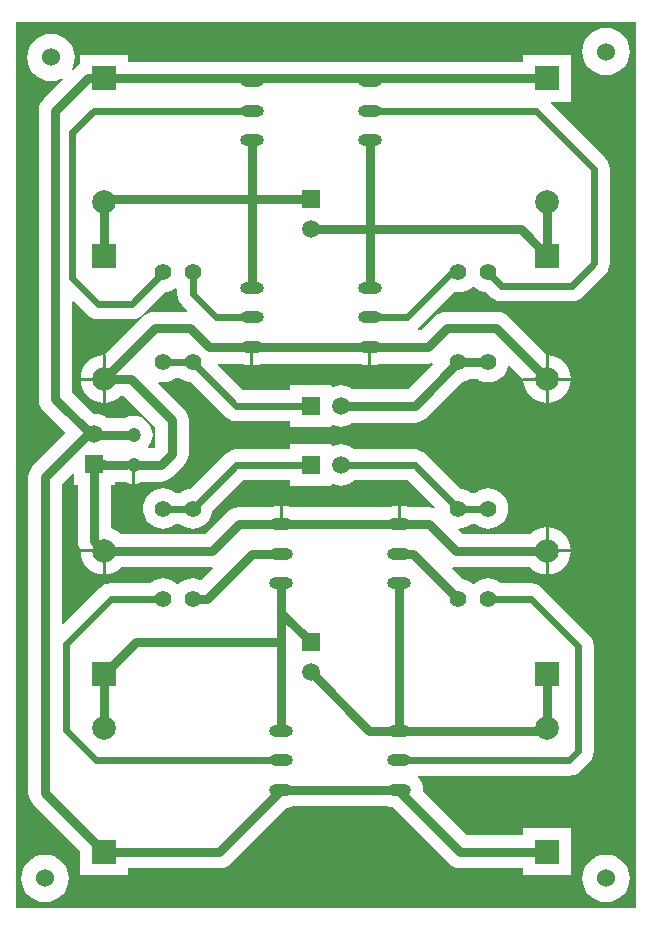
<source format=gbl>
%FSLAX44Y44*%
%MOMM*%
G71*
G01*
G75*
G04 Layer_Physical_Order=2*
G04 Layer_Color=16711680*
%ADD10O,2.0000X1.0000*%
%ADD11O,2.0000X1.0000*%
%ADD12R,1.5000X1.5000*%
%ADD13C,1.5000*%
%ADD14C,1.4000*%
%ADD15R,1.5000X1.5000*%
%ADD16C,1.2000*%
%ADD17R,2.0000X2.0000*%
%ADD18C,2.0000*%
%ADD19C,1.5240*%
%ADD20C,0.6000*%
%ADD21C,0.8000*%
G36*
X625000Y300000D02*
X100000D01*
Y1050000D01*
X625000D01*
Y300000D01*
D02*
G37*
%LPC*%
G36*
X551270Y622272D02*
Y603570D01*
X569972D01*
X569711Y606221D01*
X568567Y609991D01*
X566710Y613465D01*
X564211Y616511D01*
X561165Y619010D01*
X557691Y620867D01*
X553921Y622011D01*
X551270Y622272D01*
D02*
G37*
G36*
X548730Y746430D02*
X530028D01*
X530289Y743779D01*
X531433Y740009D01*
X533290Y736535D01*
X535789Y733489D01*
X538835Y730990D01*
X542309Y729133D01*
X546079Y727989D01*
X548730Y727728D01*
Y746430D01*
D02*
G37*
G36*
X569972Y601030D02*
X551270D01*
Y582328D01*
X553921Y582589D01*
X557691Y583733D01*
X561165Y585590D01*
X564211Y588089D01*
X566710Y591135D01*
X568567Y594609D01*
X569711Y598379D01*
X569972Y601030D01*
D02*
G37*
G36*
X125000Y345097D02*
X121079Y344711D01*
X117309Y343567D01*
X113835Y341710D01*
X110789Y339211D01*
X108290Y336165D01*
X106433Y332691D01*
X105289Y328921D01*
X104903Y325000D01*
X105289Y321079D01*
X106433Y317309D01*
X108290Y313835D01*
X110789Y310789D01*
X113835Y308290D01*
X117309Y306433D01*
X121079Y305289D01*
X125000Y304903D01*
X128921Y305289D01*
X132691Y306433D01*
X136165Y308290D01*
X139211Y310789D01*
X141710Y313835D01*
X143567Y317309D01*
X144711Y321079D01*
X145097Y325000D01*
X144711Y328921D01*
X143567Y332691D01*
X141710Y336165D01*
X139211Y339211D01*
X136165Y341710D01*
X132691Y343567D01*
X128921Y344711D01*
X125000Y345097D01*
D02*
G37*
G36*
X600000D02*
X596079Y344711D01*
X592309Y343567D01*
X588835Y341710D01*
X585789Y339211D01*
X583290Y336165D01*
X581433Y332691D01*
X580289Y328921D01*
X579903Y325000D01*
X580289Y321079D01*
X581433Y317309D01*
X583290Y313835D01*
X585789Y310789D01*
X588835Y308290D01*
X592309Y306433D01*
X596079Y305289D01*
X600000Y304903D01*
X603921Y305289D01*
X607691Y306433D01*
X611165Y308290D01*
X614211Y310789D01*
X616710Y313835D01*
X618567Y317309D01*
X619711Y321079D01*
X620097Y325000D01*
X619711Y328921D01*
X618567Y332691D01*
X616710Y336165D01*
X614211Y339211D01*
X611165Y341710D01*
X607691Y343567D01*
X603921Y344711D01*
X600000Y345097D01*
D02*
G37*
G36*
X569972Y746430D02*
X551270D01*
Y727728D01*
X553921Y727989D01*
X557691Y729133D01*
X561165Y730990D01*
X564211Y733489D01*
X566710Y736535D01*
X568567Y740009D01*
X569711Y743779D01*
X569972Y746430D01*
D02*
G37*
G36*
X551270Y767672D02*
Y748970D01*
X569972D01*
X569711Y751621D01*
X568567Y755391D01*
X566710Y758865D01*
X564211Y761911D01*
X561165Y764410D01*
X557691Y766267D01*
X553921Y767411D01*
X551270Y767672D01*
D02*
G37*
G36*
X130000Y1040097D02*
X126079Y1039711D01*
X122309Y1038567D01*
X118835Y1036710D01*
X115789Y1034211D01*
X113290Y1031165D01*
X111433Y1027691D01*
X110289Y1023921D01*
X109903Y1020000D01*
X110289Y1016079D01*
X111433Y1012309D01*
X113290Y1008835D01*
X115789Y1005789D01*
X118835Y1003290D01*
X122309Y1001433D01*
X126079Y1000289D01*
X130000Y999903D01*
X133921Y1000289D01*
X137691Y1001433D01*
X139843Y1002583D01*
X140599Y1001563D01*
X123873Y984837D01*
X121629Y981912D01*
X120218Y978507D01*
X119737Y974852D01*
Y730626D01*
X120218Y726971D01*
X121629Y723566D01*
X123873Y720641D01*
X142524Y701990D01*
X115094Y674560D01*
X112850Y671635D01*
X111439Y668230D01*
X110958Y664575D01*
Y397621D01*
X110958Y397621D01*
X110958D01*
X111439Y393966D01*
X112850Y390561D01*
X115094Y387636D01*
X155000Y347730D01*
Y327700D01*
X195000D01*
Y333579D01*
X272700D01*
X276355Y334060D01*
X279760Y335471D01*
X282685Y337715D01*
X329897Y384927D01*
X330000D01*
X332940Y385217D01*
X335123Y385879D01*
X414877D01*
X417060Y385217D01*
X419260Y385000D01*
X466545Y337715D01*
X466545Y337715D01*
X469470Y335471D01*
X472875Y334060D01*
X476530Y333579D01*
X476530Y333579D01*
X530000D01*
Y327700D01*
X570000D01*
Y367700D01*
X530000D01*
Y361821D01*
X482379D01*
X444994Y399206D01*
X445073Y400000D01*
X444783Y402940D01*
X443925Y405768D01*
X442532Y408374D01*
X440658Y410658D01*
X440616Y410692D01*
X441044Y411888D01*
X568764D01*
X568764Y411888D01*
X572158Y412335D01*
X573468Y412877D01*
X575320Y413644D01*
X578036Y415728D01*
X585598Y423290D01*
X585598Y423290D01*
X587682Y426006D01*
X588608Y428242D01*
X588991Y429168D01*
X589438Y432562D01*
Y521970D01*
X588991Y525364D01*
X588608Y526290D01*
X587682Y528526D01*
X585598Y531242D01*
X585598Y531242D01*
X545668Y571172D01*
X542952Y573256D01*
X541100Y574023D01*
X539790Y574565D01*
X536396Y575012D01*
X536396Y575012D01*
X510820D01*
X509490Y576103D01*
X506537Y577682D01*
X503333Y578654D01*
X500000Y578982D01*
X496667Y578654D01*
X493463Y577682D01*
X490510Y576103D01*
X487921Y573979D01*
X487079D01*
X484490Y576103D01*
X481537Y577682D01*
X478333Y578654D01*
X478203Y578667D01*
X469452Y587418D01*
X470014Y588557D01*
X472882Y588179D01*
X535716D01*
X535789Y588089D01*
X538835Y585590D01*
X542309Y583733D01*
X546079Y582589D01*
X548730Y582328D01*
Y602297D01*
Y622272D01*
X546079Y622011D01*
X542309Y620867D01*
X538835Y619010D01*
X535789Y616511D01*
X535716Y616421D01*
X478731D01*
X474722Y620430D01*
X475000Y621018D01*
X478333Y621346D01*
X481537Y622318D01*
X484490Y623897D01*
X485820Y624988D01*
X489180D01*
X490510Y623897D01*
X493463Y622318D01*
X496667Y621346D01*
X500000Y621018D01*
X503333Y621346D01*
X506537Y622318D01*
X509490Y623897D01*
X512079Y626021D01*
X514203Y628610D01*
X515782Y631563D01*
X516754Y634767D01*
X517082Y638100D01*
X516754Y641433D01*
X515782Y644637D01*
X514203Y647590D01*
X512079Y650179D01*
X509490Y652303D01*
X506537Y653882D01*
X503333Y654854D01*
X500000Y655182D01*
X496667Y654854D01*
X493463Y653882D01*
X490510Y652303D01*
X489180Y651212D01*
X485820D01*
X484490Y652303D01*
X481537Y653882D01*
X478333Y654854D01*
X476621Y655023D01*
X447372Y684272D01*
X444656Y686356D01*
X442804Y687123D01*
X441494Y687665D01*
X438100Y688112D01*
X438100Y688112D01*
X387008D01*
X385169Y689621D01*
X382129Y691246D01*
X378831Y692247D01*
X375400Y692585D01*
X371969Y692247D01*
X368671Y691246D01*
X368589Y691203D01*
X367500Y691856D01*
Y692500D01*
X332500D01*
Y688112D01*
X286900D01*
X283506Y687665D01*
X282580Y687282D01*
X280344Y686356D01*
X277628Y684272D01*
X277628Y684272D01*
X248379Y655023D01*
X246667Y654854D01*
X243463Y653882D01*
X240510Y652303D01*
X239180Y651212D01*
X235820D01*
X234490Y652303D01*
X231537Y653882D01*
X228333Y654854D01*
X225000Y655182D01*
X221667Y654854D01*
X218463Y653882D01*
X215510Y652303D01*
X212921Y650179D01*
X210797Y647590D01*
X209218Y644637D01*
X208246Y641433D01*
X207918Y638100D01*
X208246Y634767D01*
X209218Y631563D01*
X210797Y628610D01*
X212921Y626021D01*
X215510Y623897D01*
X218463Y622318D01*
X221667Y621346D01*
X225000Y621018D01*
X228333Y621346D01*
X231537Y622318D01*
X234490Y623897D01*
X235820Y624988D01*
X239180D01*
X240510Y623897D01*
X243463Y622318D01*
X246667Y621346D01*
X250000Y621018D01*
X253333Y621346D01*
X256537Y622318D01*
X259490Y623897D01*
X262079Y626021D01*
X264203Y628610D01*
X265782Y631563D01*
X266754Y634767D01*
X266923Y636479D01*
X292331Y661888D01*
X332500D01*
Y657500D01*
X367500D01*
Y658144D01*
X368589Y658797D01*
X368671Y658754D01*
X371969Y657753D01*
X375400Y657415D01*
X378831Y657753D01*
X382129Y658754D01*
X385169Y660379D01*
X387008Y661888D01*
X432669D01*
X455086Y639470D01*
X454381Y638414D01*
X453837Y638640D01*
X450182Y639121D01*
X435123D01*
X432940Y639783D01*
X430000Y640073D01*
X426270D01*
Y624997D01*
X423730D01*
Y640073D01*
X420000D01*
X417060Y639783D01*
X414877Y639121D01*
X335123D01*
X332940Y639783D01*
X330000Y640073D01*
X326270D01*
Y624997D01*
X323730D01*
Y640073D01*
X320000D01*
X317059Y639783D01*
X314877Y639121D01*
X288958D01*
X285303Y638640D01*
X281898Y637229D01*
X278973Y634985D01*
X260409Y616421D01*
X189284D01*
X189211Y616511D01*
X186165Y619010D01*
X182691Y620867D01*
X180853Y621424D01*
Y657886D01*
X184232D01*
Y660879D01*
X192477D01*
X193847Y660146D01*
X196863Y659231D01*
X198730Y659048D01*
Y675003D01*
X201270D01*
Y659048D01*
X203137Y659231D01*
X206153Y660146D01*
X207523Y660879D01*
X222880D01*
X226535Y661360D01*
X229940Y662771D01*
X232865Y665015D01*
X242395Y674545D01*
X244639Y677470D01*
X246050Y680875D01*
X246531Y684530D01*
X246531Y684530D01*
X246531Y684530D01*
Y684530D01*
Y712724D01*
X246050Y716379D01*
X244639Y719784D01*
X242395Y722709D01*
X221027Y744077D01*
X221667Y745146D01*
X225000Y744818D01*
X228333Y745146D01*
X231537Y746118D01*
X234490Y747697D01*
X235820Y748788D01*
X239180D01*
X240510Y747697D01*
X243463Y746118D01*
X246667Y745146D01*
X248379Y744977D01*
X277628Y715728D01*
X277628Y715728D01*
X280344Y713644D01*
X282580Y712718D01*
X283506Y712335D01*
X286900Y711888D01*
X332500D01*
Y707500D01*
X367500D01*
Y708144D01*
X368589Y708797D01*
X368671Y708754D01*
X371969Y707753D01*
X375400Y707415D01*
X378831Y707753D01*
X382129Y708754D01*
X385169Y710379D01*
X385779Y710879D01*
X438100D01*
X441755Y711360D01*
X445160Y712771D01*
X448085Y715015D01*
X478203Y745133D01*
X478333Y745146D01*
X481537Y746118D01*
X484490Y747697D01*
X484591Y747779D01*
X490409D01*
X490510Y747697D01*
X493463Y746118D01*
X496667Y745146D01*
X500000Y744818D01*
X503333Y745146D01*
X506537Y746118D01*
X509490Y747697D01*
X512079Y749821D01*
X514203Y752410D01*
X515782Y755363D01*
X516754Y758567D01*
X516824Y759282D01*
X518020Y759710D01*
X529914Y747816D01*
X530028Y748970D01*
X548730D01*
Y767672D01*
X549884Y767786D01*
X516983Y800687D01*
X514058Y802931D01*
X510653Y804342D01*
X506998Y804823D01*
X465074D01*
X461419Y804342D01*
X460009Y803757D01*
X458014Y802931D01*
X455089Y800687D01*
X443523Y789121D01*
X440852D01*
X440444Y790323D01*
X440972Y790728D01*
X471608Y821364D01*
X471667Y821346D01*
X475000Y821018D01*
X478333Y821346D01*
X481537Y822318D01*
X484490Y823897D01*
X487079Y826021D01*
X487921D01*
X490510Y823897D01*
X493463Y822318D01*
X496667Y821346D01*
X498379Y821177D01*
X502058Y817498D01*
X502058Y817498D01*
X504774Y815415D01*
X507010Y814488D01*
X507936Y814105D01*
X511330Y813658D01*
X571246D01*
X571246Y813658D01*
X574640Y814105D01*
X576221Y814760D01*
X577802Y815415D01*
X580518Y817498D01*
X580518Y817498D01*
X580518Y817498D01*
X599314Y836294D01*
X601398Y839010D01*
X602052Y840591D01*
X602707Y842172D01*
X603154Y845566D01*
X603154Y845566D01*
Y925576D01*
X603154Y925576D01*
X602707Y928970D01*
X602052Y930551D01*
X601398Y932132D01*
X599314Y934848D01*
X553035Y981127D01*
X553521Y982300D01*
X570000D01*
Y1022300D01*
X530000D01*
Y1016421D01*
X195000D01*
Y1022300D01*
X155000D01*
Y1014842D01*
X154246Y1014529D01*
X151321Y1012285D01*
X148437Y1009401D01*
X147417Y1010157D01*
X148567Y1012309D01*
X149711Y1016079D01*
X150097Y1020000D01*
X149711Y1023921D01*
X148567Y1027691D01*
X146710Y1031165D01*
X144211Y1034211D01*
X141165Y1036710D01*
X137691Y1038567D01*
X133921Y1039711D01*
X130000Y1040097D01*
D02*
G37*
G36*
X600000Y1045097D02*
X596079Y1044711D01*
X592309Y1043567D01*
X588835Y1041710D01*
X585789Y1039211D01*
X583290Y1036165D01*
X581433Y1032691D01*
X580289Y1028921D01*
X579903Y1025000D01*
X580289Y1021079D01*
X581433Y1017309D01*
X583290Y1013835D01*
X585789Y1010789D01*
X588835Y1008290D01*
X592309Y1006433D01*
X596079Y1005289D01*
X600000Y1004903D01*
X603921Y1005289D01*
X607691Y1006433D01*
X611165Y1008290D01*
X614211Y1010789D01*
X616710Y1013835D01*
X618567Y1017309D01*
X619711Y1021079D01*
X620097Y1025000D01*
X619711Y1028921D01*
X618567Y1032691D01*
X616710Y1036165D01*
X614211Y1039211D01*
X611165Y1041710D01*
X607691Y1043567D01*
X603921Y1044711D01*
X600000Y1045097D01*
D02*
G37*
%LPD*%
G36*
X149232Y667099D02*
Y657886D01*
X152611D01*
Y610568D01*
X152611Y610568D01*
X152611D01*
X153092Y606913D01*
X154503Y603508D01*
X154963Y602909D01*
X155028Y603570D01*
X175002D01*
Y602303D01*
X176270D01*
Y582328D01*
X178921Y582589D01*
X182691Y583733D01*
X186165Y585590D01*
X189211Y588089D01*
X189284Y588179D01*
X266258D01*
X266577Y588221D01*
X267138Y587082D01*
X257320Y577264D01*
X256537Y577682D01*
X253333Y578654D01*
X250000Y578982D01*
X246667Y578654D01*
X243463Y577682D01*
X240510Y576103D01*
X237921Y573979D01*
X237079D01*
X234490Y576103D01*
X231537Y577682D01*
X228333Y578654D01*
X225000Y578982D01*
X221667Y578654D01*
X218463Y577682D01*
X215510Y576103D01*
X214180Y575012D01*
X180646D01*
X177252Y574565D01*
X175942Y574023D01*
X174090Y573256D01*
X171374Y571172D01*
X171374Y571172D01*
X140373Y540171D01*
X139200Y540657D01*
Y658726D01*
X148059Y667585D01*
X149232Y667099D01*
D02*
G37*
G36*
X236888Y824379D02*
Y820102D01*
X236888Y820102D01*
X237335Y816708D01*
X237990Y815127D01*
X238645Y813546D01*
X240728Y810830D01*
X245562Y805996D01*
X245076Y804823D01*
X218002D01*
X214347Y804342D01*
X212937Y803757D01*
X210942Y802931D01*
X208017Y800687D01*
X175116Y767786D01*
X176270Y767672D01*
Y747698D01*
Y727728D01*
X178921Y727989D01*
X182691Y729133D01*
X186165Y730990D01*
X189211Y733489D01*
X189284Y733579D01*
X191585D01*
X218289Y706875D01*
Y690379D01*
X217031Y689121D01*
X212927D01*
X212384Y690269D01*
X213368Y691468D01*
X214854Y694247D01*
X215769Y697263D01*
X216077Y700400D01*
X215769Y703537D01*
X214854Y706553D01*
X213368Y709332D01*
X211369Y711768D01*
X208932Y713768D01*
X206153Y715254D01*
X203137Y716169D01*
X200000Y716477D01*
X196863Y716169D01*
X193847Y715254D01*
X192477Y714521D01*
X177582D01*
X176502Y715407D01*
X173461Y717032D01*
X170163Y718033D01*
X166732Y718371D01*
X166141Y718313D01*
X147979Y736475D01*
Y813274D01*
X149152Y813761D01*
X160654Y802258D01*
X160654Y802258D01*
X163370Y800174D01*
D01*
D01*
Y800174D01*
X163370Y800174D01*
D01*
D01*
X163370D01*
Y800174D01*
D01*
X163370D01*
Y800174D01*
X166532Y798865D01*
X169926Y798418D01*
X169926Y798418D01*
X198430D01*
X198430Y798418D01*
X201824Y798865D01*
X203134Y799407D01*
X204986Y800174D01*
X207702Y802258D01*
X226621Y821177D01*
X228333Y821346D01*
X231537Y822318D01*
X234490Y823897D01*
X235740Y824922D01*
X236888Y824379D01*
D02*
G37*
G36*
X401270Y759927D02*
X405000D01*
X407940Y760217D01*
X410123Y760879D01*
X449372D01*
X452754Y761324D01*
X453316Y760185D01*
X432251Y739121D01*
X385779D01*
X385169Y739621D01*
X382129Y741246D01*
X378831Y742247D01*
X375400Y742585D01*
X371969Y742247D01*
X368671Y741246D01*
X368589Y741203D01*
X367500Y741856D01*
Y742500D01*
X332500D01*
Y738112D01*
X292331D01*
X270738Y759706D01*
X271224Y760879D01*
X289877D01*
X292059Y760217D01*
X295000Y759927D01*
X298730D01*
Y775003D01*
X301270D01*
Y759927D01*
X305000D01*
X307941Y760217D01*
X310123Y760879D01*
X389877D01*
X392060Y760217D01*
X395000Y759927D01*
X398730D01*
Y775003D01*
X401270D01*
Y759927D01*
D02*
G37*
%LPC*%
G36*
X173730Y767672D02*
X171079Y767411D01*
X167309Y766267D01*
X163835Y764410D01*
X160789Y761911D01*
X158290Y758865D01*
X156433Y755391D01*
X155289Y751621D01*
X155028Y748970D01*
X173730D01*
Y767672D01*
D02*
G37*
G36*
Y746430D02*
X155028D01*
X155289Y743779D01*
X156433Y740009D01*
X158290Y736535D01*
X160789Y733489D01*
X163835Y730990D01*
X167309Y729133D01*
X171079Y727989D01*
X173730Y727728D01*
Y746430D01*
D02*
G37*
G36*
Y601030D02*
X155028D01*
X155289Y598379D01*
X156433Y594609D01*
X158290Y591135D01*
X160789Y588089D01*
X163835Y585590D01*
X167309Y583733D01*
X171079Y582589D01*
X173730Y582328D01*
Y601030D01*
D02*
G37*
%LPD*%
D10*
X425000Y400000D02*
D03*
X300000Y1000000D02*
D03*
X325000Y400000D02*
D03*
X300000Y775000D02*
D03*
X400000Y1000000D02*
D03*
Y775000D02*
D03*
X425000Y625000D02*
D03*
X325000D02*
D03*
D11*
X425000Y425000D02*
D03*
Y450000D02*
D03*
X300000Y975000D02*
D03*
Y950000D02*
D03*
X325000Y425000D02*
D03*
Y450000D02*
D03*
X300000Y800000D02*
D03*
Y825000D02*
D03*
X400000Y975000D02*
D03*
Y950000D02*
D03*
Y800000D02*
D03*
Y825000D02*
D03*
X425000Y600000D02*
D03*
Y575000D02*
D03*
X325000Y600000D02*
D03*
Y575000D02*
D03*
D12*
X350000Y725000D02*
D03*
Y675000D02*
D03*
D13*
X375400Y725000D02*
D03*
X166732Y700786D02*
D03*
X350000Y874600D02*
D03*
Y499600D02*
D03*
X375400Y675000D02*
D03*
D14*
X250000Y561900D02*
D03*
Y638100D02*
D03*
X475000Y561900D02*
D03*
Y638100D02*
D03*
X250000Y838100D02*
D03*
Y761900D02*
D03*
X475000Y838100D02*
D03*
Y761900D02*
D03*
X225000Y638100D02*
D03*
Y561900D02*
D03*
X500000Y638100D02*
D03*
Y561900D02*
D03*
X225000Y761900D02*
D03*
Y838100D02*
D03*
X500000Y761900D02*
D03*
Y838100D02*
D03*
D15*
X166732Y675386D02*
D03*
X350000Y900000D02*
D03*
Y525000D02*
D03*
D16*
X200000Y700400D02*
D03*
Y675000D02*
D03*
D17*
X175000Y852300D02*
D03*
X550000D02*
D03*
X175000Y1002300D02*
D03*
X550000D02*
D03*
X175000Y497700D02*
D03*
X550000D02*
D03*
X175000Y347700D02*
D03*
X550000Y347700D02*
D03*
D18*
X175000Y747700D02*
D03*
X550000D02*
D03*
X175000Y897700D02*
D03*
X550000D02*
D03*
X175000Y602300D02*
D03*
X550000D02*
D03*
X175000Y452300D02*
D03*
X550000Y452300D02*
D03*
D19*
X600000Y325000D02*
D03*
X125000D02*
D03*
X600000Y1025000D02*
D03*
X130000Y1020000D02*
D03*
D20*
X225000Y638100D02*
X250000D01*
X286900Y675000D01*
X350000D01*
X375400D02*
X438100D01*
X475000Y638100D01*
X500000D01*
Y561900D02*
X536396D01*
X576326Y521970D01*
Y432562D02*
Y521970D01*
X568764Y425000D02*
X576326Y432562D01*
X425000Y425000D02*
X568764D01*
X168344D02*
X325000D01*
X142494Y450850D02*
X168344Y425000D01*
X142494Y450850D02*
Y523748D01*
X180646Y561900D01*
X225000D01*
X286900Y725000D02*
X350000D01*
X250000Y761900D02*
X286900Y725000D01*
X225000Y761900D02*
X250000D01*
Y820102D02*
Y838100D01*
X270102Y800000D02*
X300000D01*
X250000Y820102D02*
X270102Y800000D01*
X400000D02*
X431700D01*
X469800Y838100D01*
X475000D01*
X400000Y975000D02*
X540618D01*
X590042Y925576D01*
Y845566D02*
Y925576D01*
X571246Y826770D02*
X590042Y845566D01*
X511330Y826770D02*
X571246D01*
X500000Y838100D02*
X511330Y826770D01*
X166264Y975000D02*
X300000D01*
X148082Y956818D02*
X166264Y975000D01*
X148082Y833374D02*
Y956818D01*
Y833374D02*
X169926Y811530D01*
X198430D01*
X225000Y838100D01*
D21*
X175000Y602300D02*
X266258D01*
X288958Y625000D01*
X325000D01*
X425000D01*
X450182D01*
X472882Y602300D01*
X550000D01*
X300026Y600000D02*
X325000D01*
X261926Y561900D02*
X300026Y600000D01*
X250000Y561900D02*
X261926D01*
X425000Y600000D02*
X436900D01*
X475000Y561900D01*
X175000Y497700D02*
X202300Y525000D01*
X175000Y452300D02*
Y497700D01*
X202300Y525000D02*
X325000D01*
Y450000D02*
Y525000D01*
Y550000D01*
Y575000D01*
Y550000D02*
X350000Y525000D01*
X425000Y450000D02*
Y575000D01*
X350000Y499600D02*
X399600Y450000D01*
X425000D01*
X547118D01*
X550000Y452300D02*
Y452882D01*
Y497700D01*
X547118Y450000D02*
X550000Y452882D01*
X175000Y347700D02*
X272700D01*
X325000Y400000D01*
X424230D01*
X476530Y347700D02*
X550000D01*
X375400Y725000D02*
X438100D01*
X475000Y761900D01*
X500000D01*
X300000Y775000D02*
X400000D01*
X175000Y747700D02*
X218002Y790702D01*
X400000Y775000D02*
X449372D01*
X465074Y790702D01*
X506998D01*
X550000Y747700D01*
X263860Y775000D02*
X300000D01*
X218002Y790702D02*
X248158D01*
X263860Y775000D01*
X175000Y852300D02*
Y897700D01*
X177300Y900000D01*
X300000D01*
X350000D01*
X300000Y825000D02*
Y900000D01*
Y950000D01*
X527700Y874600D02*
X550000Y852300D01*
Y897700D01*
X350000Y874600D02*
X400000D01*
X527700D01*
X400000Y825000D02*
Y874600D01*
Y950000D01*
X175000Y675000D02*
X193670D01*
X161306Y1002300D02*
X175000D01*
X133858Y974852D02*
X161306Y1002300D01*
X175000Y747700D02*
X197434D01*
X232410Y712724D01*
Y684530D02*
Y712724D01*
X222880Y675000D02*
X232410Y684530D01*
X200000Y675000D02*
X222880D01*
X166732Y675386D02*
X174614D01*
X133858Y730626D02*
Y974852D01*
X166732Y610568D02*
X175000Y602300D01*
X166732Y610568D02*
Y675386D01*
X175000Y675000D02*
Y675762D01*
X125079Y664575D02*
X161290Y700786D01*
X125079Y397621D02*
X175000Y347700D01*
X125079Y397621D02*
Y664575D01*
X161290Y700786D02*
X163698D01*
X166732D01*
X163698D02*
X164084Y700400D01*
X133858Y730626D02*
X163698Y700786D01*
X164084Y700400D02*
X200000D01*
X424230Y400000D02*
X476530Y347700D01*
X175000Y1002300D02*
X550000D01*
M02*

</source>
